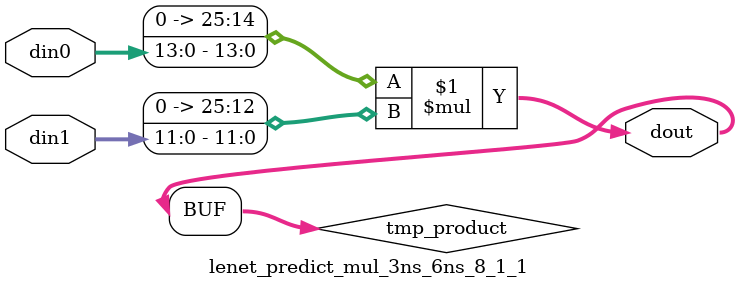
<source format=v>

`timescale 1 ns / 1 ps

  module lenet_predict_mul_3ns_6ns_8_1_1(din0, din1, dout);
parameter ID = 1;
parameter NUM_STAGE = 0;
parameter din0_WIDTH = 14;
parameter din1_WIDTH = 12;
parameter dout_WIDTH = 26;

input [din0_WIDTH - 1 : 0] din0; 
input [din1_WIDTH - 1 : 0] din1; 
output [dout_WIDTH - 1 : 0] dout;

wire signed [dout_WIDTH - 1 : 0] tmp_product;










assign tmp_product = $signed({1'b0, din0}) * $signed({1'b0, din1});











assign dout = tmp_product;







endmodule

</source>
